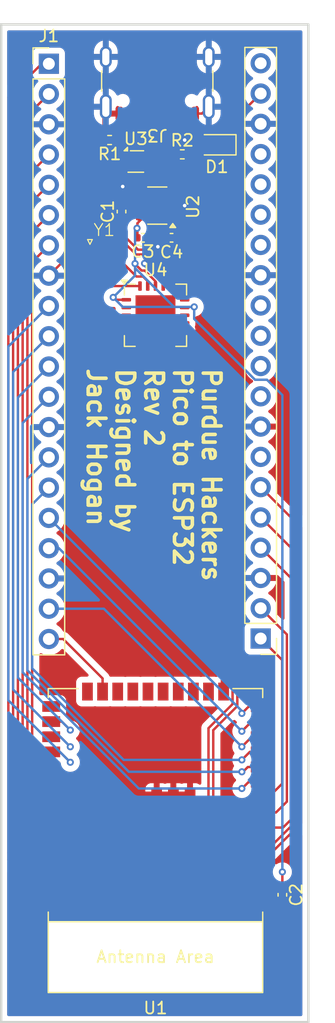
<source format=kicad_pcb>
(kicad_pcb (version 20240108) (generator "pcbnew") (generator_version "8.0")
  (layers (0 "F.Cu" signal) (31 "B.Cu" signal) (34 "B.Paste" user) (35 "F.Paste" user) (36 "B.SilkS" user "B.Silkscreen") (37 "F.SilkS" user "F.Silkscreen") (38 "B.Mask" user) (39 "F.Mask" user) (44 "Edge.Cuts" user))
  (net 0 "")
  (net 1 "GND")
  (net 2 "+3V3")
  (net 3 "+5V")
  (net 4 "Net-(D1-A)")
  (net 5 "LED_TOP_R_SIG")
  (net 6 "LED_BOTTOM_LEFT_R_SIG")
  (net 7 "LED_CENTER_B_SIG")
  (net 8 "LED_BOTTOM_LEFT_G_SIG")
  (net 9 "LED_BOTTOM_LEFT_B_SIG")
  (net 10 "LED_RIGHT_R_SIG")
  (net 11 "LED_BOTTOM_RIGHT_G_SIG")
  (net 12 "LED_TOP_G_SIG")
  (net 13 "LED_BOTTOM_RIGHT_R_SIG")
  (net 14 "LED_TOP_B_SIG")
  (net 15 "BUTTON_SWITCH")
  (net 16 "LED_RIGHT_B_SIG")
  (net 17 "LED_CENTER_G_SIG")
  (net 18 "LED_CENTER_R_SIG")
  (net 19 "LED_RIGHT_G_SIG")
  (net 22 "EEPROM_SCK")
  (net 23 "EEPROM_MOSI")
  (net 24 "EEPROM_CS")
  (net 29 "EEPROM_MISO")
  (net 33 "BUTTON_LED")
  (net 35 "JTAG_D-")
  (net 36 "JTAG_D+")
  (net 37 "Net-(J3-CC2)")
  (net 38 "Net-(J3-CC1)")
  (net 43 "LED_BOTTOM_RIGHT_B_SIG")
  (net 45 "ESP_RX")
  (net 47 "ESP_TX")
  (net 52 "Net-(U4-OSC2)")
  (net 58 "Net-(U4-OSC1)")
  (footprint "Package_TO_SOT_SMD:SOT-23-5" (layer "F.Cu") (at 99.1 41.9 180)
    (property "Reference" "U2" (at -3 -0.1 90) (layer "F.SilkS"))
    (property "Value" "AP2112K-3.3")
    (fp_line (start 0 1.56) (end 0.8 1.56) (stroke (width 0.12)) (layer "F.SilkS"))
    (fp_line (start 0 1.56) (end -0.8 1.56) (stroke (width 0.12)) (layer "F.SilkS"))
    (fp_line (start 0 -1.56) (end 0.8 -1.56) (stroke (width 0.12)) (layer "F.SilkS"))
    (fp_line (start 0 -1.56) (end -0.8 -1.56) (stroke (width 0.12)) (layer "F.SilkS"))
    (fp_poly (pts (xy -1.3 -1.51) (xy -1.54 -1.84) (xy -1.06 -1.84) (xy -1.3 -1.51)) (stroke (width 0.12)) (fill solid) (layer "F.SilkS"))
    (pad "1" smd roundrect (at -1.1375 -0.95 180) (size 1.325 0.6) (layers "F.Cu" "F.Paste" "F.Mask") (net 3 "+5V"))
    (pad "2" smd roundrect (at -1.1375 0 180) (size 1.325 0.6) (layers "F.Cu" "F.Paste" "F.Mask") (net 1 "GND"))
    (pad "3" smd roundrect (at -1.1375 0.95 180) (size 1.325 0.6) (layers "F.Cu" "F.Paste" "F.Mask") (net 3 "+5V"))
    (pad "4" smd roundrect (at 1.1375 0.95 180) (size 1.325 0.6) (layers "F.Cu" "F.Paste" "F.Mask"))
    (pad "5" smd roundrect (at 1.1375 -0.95 180) (size 1.325 0.6) (layers "F.Cu" "F.Paste" "F.Mask") (net 2 "+3V3"))
  )
  (footprint "Resistor_SMD:R_0402_1005Metric" (layer "F.Cu") (at 101.2 37.6)
    (property "Reference" "R2" (at 0 -1.17 0) (layer "F.SilkS"))
    (property "Value" "5.1K")
    (fp_line (start -0.153641 -0.38) (end 0.153641 -0.38) (stroke (width 0.12)) (layer "F.SilkS"))
    (fp_line (start -0.153641 0.38) (end 0.153641 0.38) (stroke (width 0.12)) (layer "F.SilkS"))
    (pad "1" smd roundrect (at -0.51 0) (size 0.54 0.64) (layers "F.Cu" "F.Paste" "F.Mask") (net 38 "Net-(J3-CC1)"))
    (pad "2" smd roundrect (at 0.51 0) (size 0.54 0.64) (layers "F.Cu" "F.Paste" "F.Mask") (net 1 "GND"))
  )
  (footprint "footprints:CSTCE12M0G15L" (layer "F.Cu") (at 94.65 46.35)
    (property "Reference" "Y1" (at 0 -2.4 0) (layer "F.SilkS") (effects (font (thickness 0.1))))
    (property "Value" "CSTCE12M0G15L")
    (fp_line (start -1.4 -1.6) (end -1 -1.6) (stroke (width 0.1)) (layer "F.SilkS"))
    (fp_line (start -1.2 -1.2) (end -1.4 -1.6) (stroke (width 0.1)) (layer "F.SilkS"))
    (fp_line (start -1 -1.6) (end -1.2 -1.2) (stroke (width 0.1)) (layer "F.SilkS"))
    (pad "1" smd roundrect (at -1.2 0) (size 0.4 2) (layers "F.Cu" "F.Paste" "F.Mask") (net 52 "Net-(U4-OSC2)"))
    (pad "2" smd roundrect (at 0 0) (size 0.4 2) (layers "F.Cu" "F.Paste" "F.Mask") (net 1 "GND"))
    (pad "3" smd roundrect (at 1.2 0) (size 0.4 2) (layers "F.Cu" "F.Paste" "F.Mask") (net 58 "Net-(U4-OSC1)"))
  )
  (footprint "Connector_USB:USB_C_Receptacle_GCT_USB4105-xx-A_16P_TopMnt_Horizontal" (layer "F.Cu") (at 99.1 30.5 180)
    (property "Reference" "J3" (at 0 -5.5 180) (layer "F.SilkS"))
    (property "Value" "USB_C_Receptacle_USB2.0_16P")
    (fp_line (start 4.67 -0.1) (end 4.67 -1.8) (stroke (width 0.12)) (layer "F.SilkS"))
    (fp_line (start -4.67 -0.1) (end -4.67 -1.8) (stroke (width 0.12)) (layer "F.SilkS"))
    (pad "" np_thru_hole circle (at -2.89 -2.605 180) (size 0.65 0.65) (drill 0.65) (layers "F&B.Cu" "*.Mask"))
    (pad "" np_thru_hole circle (at 2.89 -2.605 180) (size 0.65 0.65) (drill 0.65) (layers "F&B.Cu" "*.Mask"))
    (pad "A1" smd roundrect (at -3.2 -3.68 180) (size 0.6 1.15) (layers "F.Cu" "F.Paste" "F.Mask") (net 1 "GND"))
    (pad "A4" smd roundrect (at -2.4 -3.68 180) (size 0.6 1.15) (layers "F.Cu" "F.Paste" "F.Mask") (net 4 "Net-(D1-A)"))
    (pad "A5" smd roundrect (at -1.25 -3.68 180) (size 0.3 1.15) (layers "F.Cu" "F.Paste" "F.Mask") (net 38 "Net-(J3-CC1)"))
    (pad "A6" smd roundrect (at -0.25 -3.68 180) (size 0.3 1.15) (layers "F.Cu" "F.Paste" "F.Mask") (net 36 "JTAG_D+"))
    (pad "A7" smd roundrect (at 0.25 -3.68 180) (size 0.3 1.15) (layers "F.Cu" "F.Paste" "F.Mask") (net 35 "JTAG_D-"))
    (pad "A8" smd roundrect (at 1.25 -3.68 180) (size 0.3 1.15) (layers "F.Cu" "F.Paste" "F.Mask"))
    (pad "A9" smd roundrect (at 2.4 -3.68 180) (size 0.6 1.15) (layers "F.Cu" "F.Paste" "F.Mask") (net 4 "Net-(D1-A)"))
    (pad "A12" smd roundrect (at 3.2 -3.68 180) (size 0.6 1.15) (layers "F.Cu" "F.Paste" "F.Mask") (net 1 "GND"))
    (pad "B1" smd roundrect (at 3.2 -3.68 180) (size 0.6 1.15) (layers "F.Cu" "F.Paste" "F.Mask") (net 1 "GND"))
    (pad "B4" smd roundrect (at 2.4 -3.68 180) (size 0.6 1.15) (layers "F.Cu" "F.Paste" "F.Mask") (net 4 "Net-(D1-A)"))
    (pad "B5" smd roundrect (at 1.75 -3.68 180) (size 0.3 1.15) (layers "F.Cu" "F.Paste" "F.Mask") (net 37 "Net-(J3-CC2)"))
    (pad "B6" smd roundrect (at 0.75 -3.68 180) (size 0.3 1.15) (layers "F.Cu" "F.Paste" "F.Mask") (net 36 "JTAG_D+"))
    (pad "B7" smd roundrect (at -0.75 -3.68 180) (size 0.3 1.15) (layers "F.Cu" "F.Paste" "F.Mask") (net 35 "JTAG_D-"))
    (pad "B8" smd roundrect (at -1.75 -3.68 180) (size 0.3 1.15) (layers "F.Cu" "F.Paste" "F.Mask"))
    (pad "B9" smd roundrect (at -2.4 -3.68 180) (size 0.6 1.15) (layers "F.Cu" "F.Paste" "F.Mask") (net 4 "Net-(D1-A)"))
    (pad "B12" smd roundrect (at -3.2 -3.68 180) (size 0.6 1.15) (layers "F.Cu" "F.Paste" "F.Mask") (net 1 "GND"))
    (pad "S1" thru_hole oval (at -4.32 -3.105 180) (size 1 2.1) (drill oval 0.6 1.7) (layers "*.Cu" "*.Mask" "F.Paste") (net 1 "GND"))
    (pad "S1" thru_hole oval (at -4.32 1.075 180) (size 1 1.8) (drill oval 0.6 1.4) (layers "*.Cu" "*.Mask" "F.Paste") (net 1 "GND"))
    (pad "S1" thru_hole oval (at 4.32 -3.105 180) (size 1 2.1) (drill oval 0.6 1.7) (layers "*.Cu" "*.Mask" "F.Paste") (net 1 "GND"))
    (pad "S1" thru_hole oval (at 4.32 1.075 180) (size 1 1.8) (drill oval 0.6 1.4) (layers "*.Cu" "*.Mask" "F.Paste") (net 1 "GND"))
  )
  (footprint "Capacitor_SMD:C_0402_1005Metric" (layer "F.Cu") (at 109.6 99.72 -90)
    (property "Reference" "C2" (at 0 -1.16 90) (layer "F.SilkS"))
    (property "Value" "0.1uF")
    (fp_line (start -0.107836 0.36) (end 0.107836 0.36) (stroke (width 0.12)) (layer "F.SilkS"))
    (fp_line (start -0.107836 -0.36) (end 0.107836 -0.36) (stroke (width 0.12)) (layer "F.SilkS"))
    (pad "1" smd roundrect (at -0.48 0 270) (size 0.56 0.62) (layers "F.Cu" "F.Paste" "F.Mask") (net 2 "+3V3"))
    (pad "2" smd roundrect (at 0.48 0 270) (size 0.56 0.62) (layers "F.Cu" "F.Paste" "F.Mask") (net 1 "GND"))
  )
  (footprint "Capacitor_SMD:C_0402_1005Metric" (layer "F.Cu") (at 97.9 44.6 180)
    (property "Reference" "C3" (at 0 -1.16 0) (layer "F.SilkS"))
    (property "Value" "1uF")
    (fp_line (start -0.107836 0.36) (end 0.107836 0.36) (stroke (width 0.12)) (layer "F.SilkS"))
    (fp_line (start -0.107836 -0.36) (end 0.107836 -0.36) (stroke (width 0.12)) (layer "F.SilkS"))
    (pad "1" smd roundrect (at -0.48 0 180) (size 0.56 0.62) (layers "F.Cu" "F.Paste" "F.Mask") (net 1 "GND"))
    (pad "2" smd roundrect (at 0.48 0 180) (size 0.56 0.62) (layers "F.Cu" "F.Paste" "F.Mask") (net 2 "+3V3"))
  )
  (footprint "PCM_Espressif:ESP32-WROOM-32E" (layer "F.Cu") (at 98.95 93.42 180)
    (property "Reference" "U1" (at 0 -15.8 0) (layer "F.SilkS"))
    (property "Value" "ESP32-WROOM-E")
    (fp_line (start 9 11) (end 8.25 11) (stroke (width 0.12)) (layer "F.SilkS"))
    (fp_line (start 9 10.25) (end 9 11) (stroke (width 0.12)) (layer "F.SilkS"))
    (fp_line (start 9 -8.56) (end -9 -8.56) (stroke (width 0.12)) (layer "F.SilkS"))
    (fp_line (start 9 -14.5) (end 9 -7.75) (stroke (width 0.12)) (layer "F.SilkS"))
    (fp_line (start 8.25 11) (end 6.5 11) (stroke (width 0.12)) (layer "F.SilkS"))
    (fp_line (start -8.25 11) (end -6.5 11) (stroke (width 0.12)) (layer "F.SilkS"))
    (fp_line (start -9 11) (end -8.25 11) (stroke (width 0.12)) (layer "F.SilkS"))
    (fp_line (start -9 10.25) (end -9 11) (stroke (width 0.12)) (layer "F.SilkS"))
    (fp_line (start -9 -14.5) (end 9 -14.5) (stroke (width 0.12)) (layer "F.SilkS"))
    (fp_line (start -9 -14.5) (end -9 -7.75) (stroke (width 0.12)) (layer "F.SilkS"))
    (fp_text user "Antenna Area" (at 0 -11.5 0) (layer "F.SilkS"))
    (pad "1" smd rect (at -8.75 -7.01 180) (size 1.5 0.9) (layers "F.Cu" "F.Paste" "F.Mask") (net 1 "GND"))
    (pad "2" smd rect (at -8.75 -5.74 180) (size 1.5 0.9) (layers "F.Cu" "F.Paste" "F.Mask") (net 2 "+3V3"))
    (pad "3" smd rect (at -8.75 -4.47 180) (size 1.5 0.9) (layers "F.Cu" "F.Paste" "F.Mask") (net 2 "+3V3"))
    (pad "4" smd rect (at -8.75 -3.2 180) (size 1.5 0.9) (layers "F.Cu" "F.Paste" "F.Mask") (net 33 "BUTTON_LED"))
    (pad "5" smd rect (at -8.75 -1.93 180) (size 1.5 0.9) (layers "F.Cu" "F.Paste" "F.Mask") (net 23 "EEPROM_MOSI"))
    (pad "6" smd rect (at -8.75 -0.66 180) (size 1.5 0.9) (layers "F.Cu" "F.Paste" "F.Mask") (net 22 "EEPROM_SCK"))
    (pad "7" smd rect (at -8.75 0.61 180) (size 1.5 0.9) (layers "F.Cu" "F.Paste" "F.Mask") (net 24 "EEPROM_CS"))
    (pad "8" smd rect (at -8.75 1.88 180) (size 1.5 0.9) (layers "F.Cu" "F.Paste" "F.Mask") (net 29 "EEPROM_MISO"))
    (pad "9" smd rect (at -8.75 3.15 180) (size 1.5 0.9) (layers "F.Cu" "F.Paste" "F.Mask") (net 10 "LED_RIGHT_R_SIG"))
    (pad "10" smd rect (at -8.75 4.42 180) (size 1.5 0.9) (layers "F.Cu" "F.Paste" "F.Mask") (net 19 "LED_RIGHT_G_SIG"))
    (pad "11" smd rect (at -8.75 5.69 180) (size 1.5 0.9) (layers "F.Cu" "F.Paste" "F.Mask") (net 16 "LED_RIGHT_B_SIG"))
    (pad "12" smd rect (at -8.75 6.96 180) (size 1.5 0.9) (layers "F.Cu" "F.Paste" "F.Mask") (net 14 "LED_TOP_B_SIG"))
    (pad "13" smd rect (at -8.75 8.23 180) (size 1.5 0.9) (layers "F.Cu" "F.Paste" "F.Mask") (net 12 "LED_TOP_G_SIG"))
    (pad "14" smd rect (at -8.75 9.5 180) (size 1.5 0.9) (layers "F.Cu" "F.Paste" "F.Mask") (net 5 "LED_TOP_R_SIG"))
    (pad "15" smd rect (at -5.72 10.75 270) (size 1.5 0.9) (layers "F.Cu" "F.Paste" "F.Mask") (net 1 "GND"))
    (pad "16" smd rect (at -4.45 10.75 270) (size 1.5 0.9) (layers "F.Cu" "F.Paste" "F.Mask"))
    (pad "17" smd rect (at -3.18 10.75 270) (size 1.5 0.9) (layers "F.Cu" "F.Paste" "F.Mask"))
    (pad "18" smd rect (at -1.91 10.75 270) (size 1.5 0.9) (layers "F.Cu" "F.Paste" "F.Mask"))
    (pad "19" smd rect (at -0.64 10.75 270) (size 1.5 0.9) (layers "F.Cu" "F.Paste" "F.Mask"))
    (pad "20" smd rect (at 0.63 10.75 270) (size 1.5 0.9) (layers "F.Cu" "F.Paste" "F.Mask"))
    (pad "21" smd rect (at 1.9 10.75 270) (size 1.5 0.9) (layers "F.Cu" "F.Paste" "F.Mask"))
    (pad "22" smd rect (at 3.17 10.75 270) (size 1.5 0.9) (layers "F.Cu" "F.Paste" "F.Mask"))
    (pad "23" smd rect (at 4.44 10.75 270) (size 1.5 0.9) (layers "F.Cu" "F.Paste" "F.Mask") (net 15 "BUTTON_SWITCH"))
    (pad "24" smd rect (at 5.71 10.75 270) (size 1.5 0.9) (layers "F.Cu" "F.Paste" "F.Mask"))
    (pad "25" smd rect (at 8.75 9.5) (size 1.5 0.9) (layers "F.Cu" "F.Paste" "F.Mask"))
    (pad "26" smd rect (at 8.75 8.23) (size 1.5 0.9) (layers "F.Cu" "F.Paste" "F.Mask") (net 43 "LED_BOTTOM_RIGHT_B_SIG"))
    (pad "27" smd rect (at 8.75 6.96) (size 1.5 0.9) (layers "F.Cu" "F.Paste" "F.Mask") (net 11 "LED_BOTTOM_RIGHT_G_SIG"))
    (pad "28" smd rect (at 8.75 5.69) (size 1.5 0.9) (layers "F.Cu" "F.Paste" "F.Mask") (net 13 "LED_BOTTOM_RIGHT_R_SIG"))
    (pad "29" smd rect (at 8.75 4.42) (size 1.5 0.9) (layers "F.Cu" "F.Paste" "F.Mask") (net 9 "LED_BOTTOM_LEFT_B_SIG"))
    (pad "30" smd rect (at 8.75 3.15) (size 1.5 0.9) (layers "F.Cu" "F.Paste" "F.Mask") (net 8 "LED_BOTTOM_LEFT_G_SIG"))
    (pad "31" smd rect (at 8.75 1.88) (size 1.5 0.9) (layers "F.Cu" "F.Paste" "F.Mask") (net 6 "LED_BOTTOM_LEFT_R_SIG"))
    (pad "32" smd rect (at 8.75 0.61) (size 1.5 0.9) (layers "F.Cu" "F.Paste" "F.Mask"))
    (pad "33" smd rect (at 8.75 -0.66) (size 1.5 0.9) (layers "F.Cu" "F.Paste" "F.Mask") (net 7 "LED_CENTER_B_SIG"))
    (pad "34" smd rect (at 8.75 -1.93) (size 1.5 0.9) (layers "F.Cu" "F.Paste" "F.Mask") (net 45 "ESP_RX"))
    (pad "35" smd rect (at 8.75 -3.2) (size 1.5 0.9) (layers "F.Cu" "F.Paste" "F.Mask") (net 47 "ESP_TX"))
    (pad "36" smd rect (at 8.75 -4.47) (size 1.5 0.9) (layers "F.Cu" "F.Paste" "F.Mask") (net 17 "LED_CENTER_G_SIG"))
    (pad "37" smd rect (at 8.75 -5.74) (size 1.5 0.9) (layers "F.Cu" "F.Paste" "F.Mask") (net 18 "LED_CENTER_R_SIG"))
    (pad "38" smd rect (at 8.75 -7.01) (size 1.5 0.9) (layers "F.Cu" "F.Paste" "F.Mask") (net 1 "GND"))
    (pad "39" smd rect (at -2.9 -0.69) (size 0.9 0.9) (layers "F.Cu" "F.Paste" "F.Mask") (net 1 "GND"))
    (pad "39" smd rect (at -2.9 -0.69) (size 0.9 0.9) (layers "F.Cu" "F.Paste" "F.Mask") (net 1 "GND"))
    (pad "39" smd rect (at -2.9 0.71) (size 0.9 0.9) (layers "F.Cu" "F.Paste" "F.Mask") (net 1 "GND"))
    (pad "39" smd rect (at -2.9 2.11) (size 0.9 0.9) (layers "F.Cu" "F.Paste" "F.Mask") (net 1 "GND"))
    (pad "39" smd rect (at -2.9 2.11) (size 0.9 0.9) (layers "F.Cu" "F.Paste" "F.Mask") (net 1 "GND"))
    (pad "39" smd rect (at -1.5 -0.69) (size 0.9 0.9) (layers "F.Cu" "F.Paste" "F.Mask") (net 1 "GND"))
    (pad "39" smd rect (at -1.5 0.71) (size 0.9 0.9) (layers "F.Cu" "F.Paste" "F.Mask") (net 1 "GND"))
    (pad "39" smd rect (at -1.5 2.11) (size 0.9 0.9) (layers "F.Cu" "F.Paste" "F.Mask") (net 1 "GND"))
    (pad "39" smd rect (at -1.5 2.11) (size 0.9 0.9) (layers "F.Cu" "F.Paste" "F.Mask") (net 1 "GND"))
    (pad "39" smd rect (at -0.1 -0.69) (size 0.9 0.9) (layers "F.Cu" "F.Paste" "F.Mask") (net 1 "GND"))
    (pad "39" smd rect (at -0.1 0.71) (size 0.9 0.9) (layers "F.Cu" "F.Paste" "F.Mask") (net 1 "GND"))
    (pad "39" smd rect (at -0.1 2.11) (size 0.9 0.9) (layers "F.Cu" "F.Paste" "F.Mask") (net 1 "GND"))
    (zone (net 0) (net_name "") (layers "*.Cu") (name "antenna keepout") (connect_pads (clearance 0)) (min_thickness 0.254)
      (keepout (tracks not_allowed) (vias not_allowed) (pads not_allowed) (copperpour not_allowed) (footprints not_allowed))
      (fill (thermal_gap 0.508) (thermal_bridge_width 0.508))
      (polygon (pts (xy 89.95 101.97) (xy 107.95 101.97) (xy 107.95 107.92) (xy 89.95 107.92)))
    )
  )
  (footprint "Connector_PinHeader_2.54mm:PinHeader_1x20_P2.54mm_Vertical" (layer "F.Cu") (at 107.78 78.22 180)
    (property "Reference" "J2" (hide yes))
    (property "Value" "Conn_01x20_Pin")
    (fp_line (start 1.33 1.27) (end 1.33 49.59) (stroke (width 0.12)) (layer "F.SilkS"))
    (fp_line (start -1.33 49.59) (end 1.33 49.59) (stroke (width 0.12)) (layer "F.SilkS"))
    (fp_line (start -1.33 1.27) (end 1.33 1.27) (stroke (width 0.12)) (layer "F.SilkS"))
    (fp_line (start -1.33 1.27) (end -1.33 49.59) (stroke (width 0.12)) (layer "F.SilkS"))
    (fp_line (start -1.33 0) (end -1.33 -1.33) (stroke (width 0.12)) (layer "F.SilkS"))
    (fp_line (start -1.33 -1.33) (end 0 -1.33) (stroke (width 0.12)) (layer "F.SilkS"))
    (pad "1" thru_hole rect (at 0 0 180) (size 1.7 1.7) (drill 1) (layers "*.Cu" "*.Mask") (net 29 "EEPROM_MISO"))
    (pad "2" thru_hole oval (at 0 2.54 180) (size 1.7 1.7) (drill 1) (layers "*.Cu" "*.Mask") (net 24 "EEPROM_CS"))
    (pad "3" thru_hole oval (at 0 5.08 180) (size 1.7 1.7) (drill 1) (layers "*.Cu" "*.Mask") (net 1 "GND"))
    (pad "4" thru_hole oval (at 0 7.62 180) (size 1.7 1.7) (drill 1) (layers "*.Cu" "*.Mask") (net 22 "EEPROM_SCK"))
    (pad "5" thru_hole oval (at 0 10.16 180) (size 1.7 1.7) (drill 1) (layers "*.Cu" "*.Mask") (net 23 "EEPROM_MOSI"))
    (pad "6" thru_hole oval (at 0 12.7 180) (size 1.7 1.7) (drill 1) (layers "*.Cu" "*.Mask") (net 33 "BUTTON_LED"))
    (pad "7" thru_hole oval (at 0 15.24 180) (size 1.7 1.7) (drill 1) (layers "*.Cu" "*.Mask"))
    (pad "8" thru_hole oval (at 0 17.78 180) (size 1.7 1.7) (drill 1) (layers "*.Cu" "*.Mask") (net 1 "GND"))
    (pad "9" thru_hole oval (at 0 20.32 180) (size 1.7 1.7) (drill 1) (layers "*.Cu" "*.Mask"))
    (pad "10" thru_hole oval (at 0 22.86 180) (size 1.7 1.7) (drill 1) (layers "*.Cu" "*.Mask"))
    (pad "11" thru_hole oval (at 0 25.4 180) (size 1.7 1.7) (drill 1) (layers "*.Cu" "*.Mask"))
    (pad "12" thru_hole oval (at 0 27.94 180) (size 1.7 1.7) (drill 1) (layers "*.Cu" "*.Mask"))
    (pad "13" thru_hole oval (at 0 30.48 180) (size 1.7 1.7) (drill 1) (layers "*.Cu" "*.Mask") (net 1 "GND"))
    (pad "14" thru_hole oval (at 0 33.02 180) (size 1.7 1.7) (drill 1) (layers "*.Cu" "*.Mask"))
    (pad "15" thru_hole oval (at 0 35.56 180) (size 1.7 1.7) (drill 1) (layers "*.Cu" "*.Mask"))
    (pad "16" thru_hole oval (at 0 38.1 180) (size 1.7 1.7) (drill 1) (layers "*.Cu" "*.Mask"))
    (pad "17" thru_hole oval (at 0 40.64 180) (size 1.7 1.7) (drill 1) (layers "*.Cu" "*.Mask"))
    (pad "18" thru_hole oval (at 0 43.18 180) (size 1.7 1.7) (drill 1) (layers "*.Cu" "*.Mask") (net 1 "GND"))
    (pad "19" thru_hole oval (at 0 45.72 180) (size 1.7 1.7) (drill 1) (layers "*.Cu" "*.Mask") (net 3 "+5V"))
    (pad "20" thru_hole oval (at 0 48.26 180) (size 1.7 1.7) (drill 1) (layers "*.Cu" "*.Mask"))
  )
  (footprint "Package_DFN_QFN:QFN-20-1EP_5x5mm_P0.65mm_EP3.35x3.35mm" (layer "F.Cu") (at 98.95 51.1)
    (property "Reference" "U4" (at 0 -3.8 0) (layer "F.SilkS"))
    (property "Value" "MCP2200-I-MQ" (hide yes))
    (fp_line (start -2.61 -1.71) (end -2.61 -2.37) (stroke (width 0.12)) (layer "F.SilkS"))
    (fp_line (start -2.61 2.61) (end -2.61 1.71) (stroke (width 0.12)) (layer "F.SilkS"))
    (fp_line (start -1.71 -2.61) (end -2.31 -2.61) (stroke (width 0.12)) (layer "F.SilkS"))
    (fp_line (start -1.71 2.61) (end -2.61 2.61) (stroke (width 0.12)) (layer "F.SilkS"))
    (fp_line (start 1.71 -2.61) (end 2.61 -2.61) (stroke (width 0.12)) (layer "F.SilkS"))
    (fp_line (start 1.71 2.61) (end 2.61 2.61) (stroke (width 0.12)) (layer "F.SilkS"))
    (fp_line (start 2.61 -2.61) (end 2.61 -1.71) (stroke (width 0.12)) (layer "F.SilkS"))
    (fp_line (start 2.61 2.61) (end 2.61 1.71) (stroke (width 0.12)) (layer "F.SilkS"))
    (fp_poly (pts (xy -2.61 -2.61) (xy -2.85 -2.94) (xy -2.37 -2.94) (xy -2.61 -2.61)) (stroke (width 0.12)) (fill solid) (layer "F.SilkS"))
    (pad "1" smd roundrect (at -2.45 -1.3) (size 0.8 0.3) (layers "F.Cu" "F.Paste" "F.Mask") (net 2 "+3V3"))
    (pad "2" smd roundrect (at -2.45 -0.65) (size 0.8 0.3) (layers "F.Cu" "F.Paste" "F.Mask"))
    (pad "3" smd roundrect (at -2.45 0) (size 0.8 0.3) (layers "F.Cu" "F.Paste" "F.Mask"))
    (pad "4" smd roundrect (at -2.45 0.65) (size 0.8 0.3) (layers "F.Cu" "F.Paste" "F.Mask"))
    (pad "5" smd roundrect (at -2.45 1.3) (size 0.8 0.3) (layers "F.Cu" "F.Paste" "F.Mask"))
    (pad "6" smd roundrect (at -1.3 2.45) (size 0.3 0.8) (layers "F.Cu" "F.Paste" "F.Mask"))
    (pad "7" smd roundrect (at -0.65 2.45) (size 0.3 0.8) (layers "F.Cu" "F.Paste" "F.Mask") (net 45 "ESP_RX"))
    (pad "8" smd roundrect (at 0 2.45) (size 0.3 0.8) (layers "F.Cu" "F.Paste" "F.Mask"))
    (pad "9" smd roundrect (at 0.65 2.45) (size 0.3 0.8) (layers "F.Cu" "F.Paste" "F.Mask") (net 47 "ESP_TX"))
    (pad "10" smd roundrect (at 1.3 2.45) (size 0.3 0.8) (layers "F.Cu" "F.Paste" "F.Mask"))
    (pad "11" smd roundrect (at 2.45 1.3) (size 0.8 0.3) (layers "F.Cu" "F.Paste" "F.Mask"))
    (pad "12" smd roundrect (at 2.45 0.65) (size 0.8 0.3) (layers "F.Cu" "F.Paste" "F.Mask"))
    (pad "13" smd roundrect (at 2.45 0) (size 0.8 0.3) (layers "F.Cu" "F.Paste" "F.Mask"))
    (pad "14" smd roundrect (at 2.45 -0.65) (size 0.8 0.3) (layers "F.Cu" "F.Paste" "F.Mask") (net 2 "+3V3"))
    (pad "15" smd roundrect (at 2.45 -1.3) (size 0.8 0.3) (layers "F.Cu" "F.Paste" "F.Mask") (net 35 "JTAG_D-"))
    (pad "16" smd roundrect (at 1.3 -2.45) (size 0.3 0.8) (layers "F.Cu" "F.Paste" "F.Mask") (net 36 "JTAG_D+"))
    (pad "17" smd roundrect (at 0.65 -2.45) (size 0.3 0.8) (layers "F.Cu" "F.Paste" "F.Mask") (net 1 "GND"))
    (pad "18" smd roundrect (at 0 -2.45) (size 0.3 0.8) (layers "F.Cu" "F.Paste" "F.Mask") (net 2 "+3V3"))
    (pad "19" smd roundrect (at -0.65 -2.45) (size 0.3 0.8) (layers "F.Cu" "F.Paste" "F.Mask") (net 58 "Net-(U4-OSC1)"))
    (pad "20" smd roundrect (at -1.3 -2.45) (size 0.3 0.8) (layers "F.Cu" "F.Paste" "F.Mask") (net 52 "Net-(U4-OSC2)"))
    (pad "21" smd rect (at 0 0) (size 3.35 3.35) (property pad_prop_heatsink) (layers "F.Cu" "F.Mask"))
  )
  (footprint "Capacitor_SMD:C_0402_1005Metric" (layer "F.Cu") (at 96.1 42.4 90)
    (property "Reference" "C1" (at 0 -1.16 90) (layer "F.SilkS"))
    (property "Value" "0.1uF")
    (fp_line (start -0.107836 -0.36) (end 0.107836 -0.36) (stroke (width 0.12)) (layer "F.SilkS"))
    (fp_line (start -0.107836 0.36) (end 0.107836 0.36) (stroke (width 0.12)) (layer "F.SilkS"))
    (pad "1" smd roundrect (at -0.48 0 90) (size 0.56 0.62) (layers "F.Cu" "F.Paste" "F.Mask") (net 2 "+3V3"))
    (pad "2" smd roundrect (at 0.48 0 90) (size 0.56 0.62) (layers "F.Cu" "F.Paste" "F.Mask") (net 1 "GND"))
  )
  (footprint "Capacitor_SMD:C_0402_1005Metric" (layer "F.Cu") (at 100.3 44.6)
    (property "Reference" "C4" (at 0 1.2 0) (layer "F.SilkS"))
    (property "Value" "1uF")
    (fp_line (start -0.107836 -0.36) (end 0.107836 -0.36) (stroke (width 0.12)) (layer "F.SilkS"))
    (fp_line (start -0.107836 0.36) (end 0.107836 0.36) (stroke (width 0.12)) (layer "F.SilkS"))
    (pad "1" smd roundrect (at -0.48 0) (size 0.56 0.62) (layers "F.Cu" "F.Paste" "F.Mask") (net 1 "GND"))
    (pad "2" smd roundrect (at 0.48 0) (size 0.56 0.62) (layers "F.Cu" "F.Paste" "F.Mask") (net 3 "+5V"))
  )
  (footprint "Package_TO_SOT_SMD:SOT-553" (layer "F.Cu") (at 97.3 38.2)
    (property "Reference" "U3" (at 0 -1.9 0) (layer "F.SilkS"))
    (property "Value" "TPD3E001DRLR")
    (fp_line (start 0.65 -0.9) (end -0.45 -0.9) (stroke (width 0.12)) (layer "F.SilkS"))
    (fp_line (start 0.65 0.9) (end -0.65 0.9) (stroke (width 0.12)) (layer "F.SilkS"))
    (fp_poly (pts (xy -0.7 -0.9) (xy -0.98 -0.9) (xy -0.7 -1.18) (xy -0.7 -0.9)) (stroke (width 0.12)) (fill solid) (layer "F.SilkS"))
    (pad "1" smd roundrect (at -0.7 -0.5) (size 0.45 0.3) (layers "F.Cu" "F.Paste" "F.Mask") (net 36 "JTAG_D+"))
    (pad "2" smd roundrect (at -0.7 0) (size 0.45 0.3) (layers "F.Cu" "F.Paste" "F.Mask") (net 35 "JTAG_D-"))
    (pad "3" smd roundrect (at -0.7 0.5) (size 0.45 0.3) (layers "F.Cu" "F.Paste" "F.Mask") (net 1 "GND"))
    (pad "4" smd roundrect (at 0.7 0.5) (size 0.45 0.3) (layers "F.Cu" "F.Paste" "F.Mask"))
    (pad "5" smd roundrect (at 0.7 -0.5) (size 0.45 0.3) (layers "F.Cu" "F.Paste" "F.Mask") (net 2 "+3V3"))
  )
  (footprint "Connector_PinHeader_2.54mm:PinHeader_1x20_P2.54mm_Vertical" (layer "F.Cu") (at 90 30)
    (property "Reference" "J1" (at 0 -2.33 0) (layer "F.SilkS"))
    (property "Value" "Conn_01x20_Pin" (hide yes))
    (fp_line (start -1.33 -1.33) (end 0 -1.33) (stroke (width 0.12)) (layer "F.SilkS"))
    (fp_line (start -1.33 0) (end -1.33 -1.33) (stroke (width 0.12)) (layer "F.SilkS"))
    (fp_line (start -1.33 1.27) (end -1.33 49.59) (stroke (width 0.12)) (layer "F.SilkS"))
    (fp_line (start -1.33 1.27) (end 1.33 1.27) (stroke (width 0.12)) (layer "F.SilkS"))
    (fp_line (start -1.33 49.59) (end 1.33 49.59) (stroke (width 0.12)) (layer "F.SilkS"))
    (fp_line (start 1.33 1.27) (end 1.33 49.59) (stroke (width 0.12)) (layer "F.SilkS"))
    (pad "1" thru_hole rect (at 0 0) (size 1.7 1.7) (drill 1) (layers "*.Cu" "*.Mask") (net 18 "LED_CENTER_R_SIG"))
    (pad "2" thru_hole oval (at 0 2.54) (size 1.7 1.7) (drill 1) (layers "*.Cu" "*.Mask") (net 17 "LED_CENTER_G_SIG"))
    (pad "3" thru_hole oval (at 0 5.08) (size 1.7 1.7) (drill 1) (layers "*.Cu" "*.Mask") (net 1 "GND"))
    (pad "4" thru_hole oval (at 0 7.62) (size 1.7 1.7) (drill 1) (layers "*.Cu" "*.Mask") (net 7 "LED_CENTER_B_SIG"))
    (pad "5" thru_hole oval (at 0 10.16) (size 1.7 1.7) (drill 1) (layers "*.Cu" "*.Mask") (net 6 "LED_BOTTOM_LEFT_R_SIG"))
    (pad "6" thru_hole oval (at 0 12.7) (size 1.7 1.7) (drill 1) (layers "*.Cu" "*.Mask") (net 8 "LED_BOTTOM_LEFT_G_SIG"))
    (pad "7" thru_hole oval (at 0 15.24) (size 1.7 1.7) (drill 1) (layers "*.Cu" "*.Mask") (net 9 "LED_BOTTOM_LEFT_B_SIG"))
    (pad "8" thru_hole oval (at 0 17.78) (size 1.7 1.7) (drill 1) (layers "*.Cu" "*.Mask") (net 1 "GND"))
    (pad "9" thru_hole oval (at 0 20.32) (size 1.7 1.7) (drill 1) (layers "*.Cu" "*.Mask") (net 13 "LED_BOTTOM_RIGHT_R_SIG"))
    (pad "10" thru_hole oval (at 0 22.86) (size 1.7 1.7) (drill 1) (layers "*.Cu" "*.Mask") (net 11 "LED_BOTTOM_RIGHT_G_SIG"))
    (pad "11" thru_hole oval (at 0 25.4) (size 1.7 1.7) (drill 1) (layers "*.Cu" "*.Mask") (net 43 "LED_BOTTOM_RIGHT_B_SIG"))
    (pad "12" thru_hole oval (at 0 27.94) (size 1.7 1.7) (drill 1) (layers "*.Cu" "*.Mask") (net 10 "LED_RIGHT_R_SIG"))
    (pad "13" thru_hole oval (at 0 30.48) (size 1.7 1.7) (drill 1) (layers "*.Cu" "*.Mask") (net 1 "GND"))
    (pad "14" thru_hole oval (at 0 33.02) (size 1.7 1.7) (drill 1) (layers "*.Cu" "*.Mask") (net 19 "LED_RIGHT_G_SIG"))
    (pad "15" thru_hole oval (at 0 35.56) (size 1.7 1.7) (drill 1) (layers "*.Cu" "*.Mask") (net 16 "LED_RIGHT_B_SIG"))
    (pad "16" thru_hole oval (at 0 38.1) (size 1.7 1.7) (drill 1) (layers "*.Cu" "*.Mask") (net 5 "LED_TOP_R_SIG"))
    (pad "17" thru_hole oval (at 0 40.64) (size 1.7 1.7) (drill 1) (layers "*.Cu" "*.Mask") (net 12 "LED_TOP_G_SIG"))
    (pad "18" thru_hole oval (at 0 43.18) (size 1.7 1.7) (drill 1) (layers "*.Cu" "*.Mask") (net 1 "GND"))
    (pad "19" thru_hole oval (at 0 45.72) (size 1.7 1.7) (drill 1) (layers "*.Cu" "*.Mask") (net 14 "LED_TOP_B_SIG"))
    (pad "20" thru_hole oval (at 0 48.26) (size 1.7 1.7) (drill 1) (layers "*.Cu" "*.Mask") (net 15 "BUTTON_SWITCH"))
  )
  (footprint "Diode_SMD:D_SOD-323" (layer "F.Cu") (at 104.1 36.8 180)
    (property "Reference" "D1" (at 0 -1.85 0) (layer "F.SilkS"))
    (property "Value" "D")
    (fp_line (start -1.61 0.85) (end 1.05 0.85) (stroke (width 0.12)) (layer "F.SilkS"))
    (fp_line (start -1.61 -0.85) (end 1.05 -0.85) (stroke (width 0.12)) (layer "F.SilkS"))
    (fp_line (start -1.61 -0.85) (end -1.61 0.85) (stroke (width 0.12)) (layer "F.SilkS"))
    (pad "1" smd roundrect (at -1.05 0 180) (size 0.6 0.45) (layers "F.Cu" "F.Paste" "F.Mask") (net 3 "+5V"))
    (pad "2" smd roundrect (at 1.05 0 180) (size 0.6 0.45) (layers "F.Cu" "F.Paste" "F.Mask") (net 4 "Net-(D1-A)"))
  )
  (footprint "Resistor_SMD:R_0402_1005Metric" (layer "F.Cu") (at 95.1 36.4 180)
    (property "Reference" "R1" (at 0 -1.17 0) (layer "F.SilkS"))
    (property "Value" "5.1K")
    (fp_line (start -0.153641 0.38) (end 0.153641 0.38) (stroke (width 0.12)) (layer "F.SilkS"))
    (fp_line (start -0.153641 -0.38) (end 0.153641 -0.38) (stroke (width 0.12)) (layer "F.SilkS"))
    (pad "1" smd roundrect (at -0.51 0 180) (size 0.54 0.64) (layers "F.Cu" "F.Paste" "F.Mask") (net 37 "Net-(J3-CC2)"))
    (pad "2" smd roundrect (at 0.51 0 180) (size 0.54 0.64) (layers "F.Cu" "F.Paste" "F.Mask") (net 1 "GND"))
  )
  (gr_rect (start 86 26.7) (end 111.78 110.4) (stroke (width 0.2)) (fill none) (layer "Edge.Cuts"))
  (gr_text "Purdue Hackers\nPico to ESP32\nRev 2\nDesigned by\nJack Hogan" (at 93.1 55.4 270) (layer "F.SilkS") (effects (font (size 1.5 1.5) (thickness 0.3) (bold yes)) (justify left bottom)))
  (segment (start 99.15 45.35) (end 98.4 44.6) (width 0.2) (layer "F.Cu") (net 1))
  (segment (start 107.78 35.05648) (end 107.78 35.04) (width 0.2) (layer "F.Cu") (net 1))
  (segment (start 99.6 48.334315) (end 99.6 48.65) (width 0.2) (layer "F.Cu") (net 1))
  (segment (start 102.845 34.18) (end 103.42 33.605) (width 0.2) (layer "F.Cu") (net 1))
  (segment (start 99.575001 41.9) (end 100.2375 41.9) (width 0.2) (layer "F.Cu") (net 1))
  (segment (start 101.71 37.6) (end 101.71 36.71) (width 0.2) (layer "F.Cu") (net 1))
  (segment (start 94.65 45.350001) (end 94.349999 45.05) (width 0.2) (layer "F.Cu") (net 1))
  (segment (start 98.034659 46.768974) (end 99.6 48.334315) (width 0.2) (layer "F.Cu") (net 1))
  (segment (start 99.15 45.35) (end 99.82 44.68) (width 0.2) (layer "F.Cu") (net 1))
  (segment (start 99.82 44.68) (end 99.82 44.6) (width 0.2) (layer "F.Cu") (net 1))
  (segment (start 99.15 45.35) (end 99.15 42.325001) (width 0.2) (layer "F.Cu") (net 1))
  (segment (start 103.7 33.885) (end 103.42 33.605) (width 0.2) (layer "F.Cu") (net 1))
  (segment (start 94.59 36.4) (end 94.59 33.795) (width 0.2) (layer "F.Cu") (net 1))
  (segment (start 94.65 46.35) (end 94.65 45.350001) (width 0.2) (layer "F.Cu") (net 1))
  (segment (start 98.4 44.6) (end 98.38 44.6) (width 0.2) (layer "F.Cu") (net 1))
  (segment (start 96.2 41.82) (end 96.1 41.92) (width 0.2) (layer "F.Cu") (net 1))
  (segment (start 98.034659 46.748874) (end 98.034659 46.768974) (width 0.2) (layer "F.Cu") (net 1))
  (segment (start 102.3 34.18) (end 102.845 34.18) (width 0.2) (layer "F.Cu") (net 1))
  (segment (start 101.71 36.71) (end 101.4 36.4) (width 0.2) (layer "F.Cu") (net 1))
  (segment (start 95.355 34.18) (end 94.78 33.605) (width 0.2) (layer "F.Cu") (net 1))
  (segment (start 96.6 38.7) (end 96.6 39.9) (width 0.2) (layer "F.Cu") (net 1))
  (segment (start 94.349999 45.05) (end 92.73 45.05) (width 0.2) (layer "F.Cu") (net 1))
  (segment (start 96.2 40.3) (end 96.2 41.82) (width 0.2) (layer "F.Cu") (net 1))
  (segment (start 94.59 33.795) (end 94.78 33.605) (width 0.2) (layer "F.Cu") (net 1))
  (segment (start 99.15 42.325001) (end 99.575001 41.9) (width 0.2) (layer "F.Cu") (net 1))
  (segment (start 100.2375 41.9) (end 101.4 41.9) (width 0.2) (layer "F.Cu") (net 1))
  (segment (start 92.73 45.05) (end 90 47.78) (width 0.2) (layer "F.Cu") (net 1))
  (segment (start 96.6 39.9) (end 96.2 40.3) (width 0.2) (layer "F.Cu") (net 1))
  (segment (start 109.48 100.32) (end 109.6 100.2) (width 0.2) (layer "F.Cu") (net 1))
  (segment (start 95.9 34.18) (end 95.355 34.18) (width 0.2) (layer "F.Cu") (net 1))
  (via (at 101.4 41.9) (size 0.6) (drill 0.3) (layers "F.Cu" "B.Cu") (net 1))
  (via (at 96.2 40.3) (size 0.6) (drill 0.3) (layers "F.Cu" "B.Cu") (net 1))
  (via (at 99.15 45.35) (size 0.6) (drill 0.3) (layers "F.Cu" "B.Cu") (net 1))
  (via (at 101.4 36.4) (size 0.6) (drill 0.3) (layers "F.Cu" "B.Cu") (net 1))
  (via (at 98.034659 46.748874) (size 0.6) (drill 0.3) (layers "F.Cu" "B.Cu") (net 1))
  (segment (start 98.048873 47.348874) (end 98.95 48.250001) (width 0.2) (layer "F.Cu") (net 2))
  (segment (start 98.95 48.250001) (end 98.95 48.65) (width 0.2) (layer "F.Cu") (net 2))
  (segment (start 97.9625 42.85) (end 96.13 42.85) (width 0.2) (layer "F.Cu") (net 2))
  (segment (start 97.434776 43.765224) (end 97.4 43.8) (width 0.2) (layer "F.Cu") (net 2))
  (segment (start 97 40) (end 97.3 39.7) (width 0.2) (layer "F.Cu") (net 2))
  (segment (start 107.685 99.05) (end 107.685 97.78) (width 0.2) (layer "F.Cu") (net 2))
  (segment (start 97.434776 43.834776) (end 97.434776 44.585224) (width 0.2) (layer "F.Cu") (net 2))
  (segment (start 101.45 50.4) (end 101.4 50.45) (width 0.2) (layer "F.Cu") (net 2))
  (segment (start 97 41.98) (end 97 40) (width 0.2) (layer "F.Cu") (net 2))
  (segment (start 97.78613 47.348874) (end 98.048873 47.348874) (width 0.2) (layer "F.Cu") (net 2))
  (segment (start 97.3 39.7) (end 97.3 38.4) (width 0.2) (layer "F.Cu") (net 2))
  (segment (start 96.13 42.85) (end 96.1 42.88) (width 0.2) (layer "F.Cu") (net 2))
  (segment (start 109.41 99.05) (end 109.6 99.24) (width 0.2) (layer "F.Cu") (net 2))
  (segment (start 97.3 38.4) (end 98 37.7) (width 0.2) (layer "F.Cu") (net 2))
  (segment (start 96.1 42.88) (end 97 41.98) (width 0.2) (layer "F.Cu") (net 2))
  (segment (start 97.4 43.8) (end 97.434776 43.834776) (width 0.2) (layer "F.Cu") (net 2))
  (segment (start 102.2 50.4) (end 101.45 50.4) (width 0.2) (layer "F.Cu") (net 2))
  (segment (start 107.685 99.05) (end 109.41 99.05) (width 0.2) (layer "F.Cu") (net 2))
  (segment (start 96.5 49.8) (end 95.6 49.8) (width 0.2) (layer "F.Cu") (net 2))
  (segment (start 95.6 49.8) (end 95.4 49.6) (width 0.2) (layer "F.Cu") (net 2))
  (segment (start 97.234825 46.797569) (end 97.78613 47.348874) (width 0.2) (layer "F.Cu") (net 2))
  (segment (start 109.6 97.8) (end 109.6 99.24) (width 0.2) (layer "F.Cu") (net 2))
  (segment (start 97.9625 42.85) (end 97.434776 43.377724) (width 0.2) (layer "F.Cu") (net 2))
  (segment (start 97.234825 46.765175) (end 97.234825 46.797569) (width 0.2) (layer "F.Cu") (net 2))
  (segment (start 97.434776 43.377724) (end 97.434776 43.765224) (width 0.2) (layer "F.Cu") (net 2))
  (via (at 102.2 50.4) (size 0.6) (drill 0.3) (layers "F.Cu" "B.Cu") (net 2))
  (via (at 109.6 97.8) (size 0.6) (drill 0.3) (layers "F.Cu" "B.Cu") (net 2))
  (via (at 97.4 43.8) (size 0.6) (drill 0.3) (layers "F.Cu" "B.Cu") (net 2))
  (via (at 95.4 49.6) (size 0.6) (drill 0.3) (layers "F.Cu" "B.Cu") (net 2))
  (via (at 97.234825 46.765175) (size 0.6) (drill 0.3) (layers "F.Cu" "B.Cu") (net 2))
  (segment (start 97.234825 43.965175) (end 97.4 43.8) (width 0.2) (layer "B.Cu") (net 2))
  (segment (start 102.2 51.406346) (end 107.303654 56.51) (width 0.2) (layer "B.Cu") (net 2))
  (segment (start 107.303654 56.51) (end 108.31 56.51) (width 0.2) (layer "B.Cu") (net 2))
  (segment (start 109.6 57.8) (end 109.6 97.8) (width 0.2) (layer "B.Cu") (net 2))
  (segment (start 100.5 50.4) (end 102.2 50.4) (width 0.2) (layer "B.Cu") (net 2))
  (segment (start 95.4 49.6) (end 97.234825 47.765175) (width 0.2) (layer "B.Cu") (net 2))
  (segment (start 108.31 56.51) (end 109.6 57.8) (width 0.2) (layer "B.Cu") (net 2))
  (segment (start 97.234825 46.765175) (end 97.234825 47.134825) (width 0.2) (layer "B.Cu") (net 2))
  (segment (start 97.234825 47.134825) (end 100.5 50.4) (width 0.2) (layer "B.Cu") (net 2))
  (segment (start 102.2 50.4) (end 102.2 51.406346) (width 0.2) (layer "B.Cu") (net 2))
  (segment (start 109.6 97.8) (end 109.6 97.7) (width 0.2) (layer "B.Cu") (net 2))
  (segment (start 102.2 50.4) (end 96.2 50.4) (width 0.2) (layer "B.Cu") (net 2))
  (segment (start 96.2 50.4) (end 95.4 49.6) (width 0.2) (layer "B.Cu") (net 2))
  (segment (start 97.234825 47.765175) (end 97.234825 46.765175) (width 0.2) (layer "B.Cu") (net 2))
  (segment (start 97.234825 46.765175) (end 97.234825 43.965175) (width 0.2) (layer "B.Cu") (net 2))
  (segment (start 101.35 40.95) (end 102.1 41.7) (width 0.2) (layer "F.Cu") (net 3))
  (segment (start 107.78 32.5) (end 105.15 35.13) (width 0.2) (layer "F.Cu") (net 3))
  (segment (start 100.78 44.6) (end 100.78 43.3925) (width 0.2) (layer "F.Cu") (net 3))
  (segment (start 105.15 35.13) (end 105.15 36.8) (width 0.2) (layer "F.Cu") (net 3))
  (segment (start 100.2375 40.95) (end 101.35 40.95) (width 0.2) (layer "F.Cu") (net 3))
  (segment (start 101.35 42.85) (end 100.2375 42.85) (width 0.2) (layer "F.Cu") (net 3))
  (segment (start 100.2375 40.95) (end 101 40.95) (width 0.2) (layer "F.Cu") (net 3))
  (segment (start 100.78 43.3925) (end 100.2375 42.85) (width 0.2) (layer "F.Cu") (net 3))
  (segment (start 102.1 42.1) (end 101.35 42.85) (width 0.2) (layer "F.Cu") (net 3))
  (segment (start 102.1 41.7) (end 102.1 42.1) (width 0.2) (layer "F.Cu") (net 3))
  (segment (start 101 40.95) (end 105.15 36.8) (width 0.2) (layer "F.Cu") (net 3))
  (segment (start 97.969594 32.3) (end 100.194999 32.3) (width 0.2) (layer "F.Cu") (net 4))
  (segment (start 100.194999 32.3) (end 101.5 33.605001) (width 0.2) (layer "F.Cu") (net 4))
  (segment (start 96.7 34.38) (end 96.7 33.805001) (width 0.2) (layer "F.Cu") (net 4))
  (segment (start 101.5 35.25) (end 101.5 33.805001) (width 0.2) (layer "F.Cu") (net 4))
  (segment (start 103.05 36.8) (end 101.5 35.25) (width 0.2) (layer "F.Cu") (net 4))
  (segment (start 96.7 34.18) (end 96.7 33.569594) (width 0.2) (layer "F.Cu") (net 4))
  (segment (start 96.7 33.569594) (end 97.969594 32.3) (width 0.2) (layer "F.Cu") (net 4))
  (segment (start 101.5 33.605001) (end 101.5 34.18) (width 0.2) (layer "F.Cu") (net 4))
  (segment (start 106.78 83.92) (end 106.2 84.5) (width 0.2) (layer "F.Cu") (net 5))
  (segment (start 107.7 83.92) (end 106.78 83.92) (width 0.2) (layer "F.Cu") (net 5))
  (via (at 106.2 84.5) (size 0.6) (drill 0.3) (layers "F.Cu" "B.Cu") (net 5))
  (segment (start 106.2 84.3) (end 90 68.1) (width 0.2) (layer "B.Cu") (net 5))
  (segment (start 106.2 84.5) (end 106.2 84.3) (width 0.2) (layer "B.Cu") (net 5))
  (segment (start 90.2 91.54) (end 89.67 91.54) (width 0.2) (layer "F.Cu") (net 6))
  (segment (start 89.67 91.54) (end 87.8 89.67) (width 0.2) (layer "F.Cu") (net 6))
  (segment (start 87.8 42.36) (end 90 40.16) (width 0.2) (layer "F.Cu") (net 6))
  (segment (start 87.8 89.67) (end 87.8 42.36) (width 0.2) (layer "F.Cu") (net 6))
  (segment (start 89.25 94.08) (end 87.4 92.23) (width 0.2) (layer "F.Cu") (net 7))
  (segment (start 87.4 92.23) (end 87.4 40.22) (width 0.2) (layer "F.Cu") (net 7))
  (segment (start 87.4 40.22) (end 90 37.62) (width 0.2) (layer "F.Cu") (net 7))
  (segment (start 90.2 94.08) (end 89.25 94.08) (width 0.2) (layer "F.Cu") (net 7))
  (segment (start 90 37.62) (end 90 38.3) (width 0.2) (layer "F.Cu") (net 7))
  (segment (start 90.2 90.27) (end 89.25 90.27) (width 0.2) (layer "F.Cu") (net 8))
  (segment (start 89.25 90.27) (end 88.2 89.22) (width 0.2) (layer "F.Cu") (net 8))
  (segment (start 88.2 89.22) (end 88.2 44.5) (width 0.2) (layer "F.Cu") (net 8))
  (segment (start 88.2 44.5) (end 90 42.7) (width 0.2) (layer "F.Cu") (net 8))
  (segment (start 88.6 88.35) (end 88.6 46.64) (width 0.2) (layer "F.Cu") (net 9))
  (segment (start 90.2 89) (end 89.25 89) (width 0.2) (layer "F.Cu") (net 9))
  (segment (start 89.25 89) (end 88.6 88.35) (width 0.2) (layer "F.Cu") (net 9))
  (segment (start 88.6 46.64) (end 90 45.24) (width 0.2) (layer "F.Cu") (net 9))
  (segment (start 107.7 90.27) (end 106.75 90.27) (width 0.2) (layer "F.Cu") (net 10))
  (segment (start 106.32 90.7) (end 106.2 90.8) (width 0.2) (layer "F.Cu") (net 10))
  (segment (start 106.2 90.8) (end 106.3 90.7) (width 0.2) (layer "F.Cu") (net 10))
  (segment (start 106.75 90.27) (end 106.32 90.7) (width 0.2) (layer "F.Cu") (net 10))
  (via (at 106.2 90.8) (size 0.6) (drill 0.3) (layers "F.Cu" "B.Cu") (net 10))
  (segment (start 87.8 60.14) (end 90 57.94) (width 0.2) (layer "B.Cu") (net 10))
  (segment (start 87.8 81.051471) (end 87.8 60.14) (width 0.2) (layer "B.Cu") (net 10))
  (segment (start 106.2 90.8) (end 97.548529 90.8) (width 0.2) (layer "B.Cu") (net 10))
  (segment (start 97.548529 90.8) (end 87.8 81.051471) (width 0.2) (layer "B.Cu") (net 10))
  (segment (start 90.2 86.46) (end 90.96 86.46) (width 0.2) (layer "F.Cu") (net 11))
  (segment (start 91.8 87.3) (end 91.7 87.2) (width 0.2) (layer "F.Cu") (net 11))
  (segment (start 90.96 86.46) (end 91.8 87.3) (width 0.2) (layer "F.Cu") (net 11))
  (via (at 91.8 87.3) (size 0.6) (drill 0.3) (layers "F.Cu" "B.Cu") (net 11))
  (segment (start 87 82.5) (end 87 55.86) (width 0.2) (layer "B.Cu") (net 11))
  (segment (start 91.8 87.3) (end 87 82.5) (width 0.2) (layer "B.Cu") (net 11))
  (segment (start 87 55.86) (end 90 52.86) (width 0.2) (layer "B.Cu") (net 11))
  (segment (start 107.7 85.19) (end 107.01 85.19) (width 0.2) (layer "F.Cu") (net 12))
  (segment (start 107.01 85.19) (end 106.2 86) (width 0.2) (layer "F.Cu") (net 12))
  (via (at 106.2 86) (size 0.6) (drill 0.3) (layers "F.Cu" "B.Cu") (net 12))
  (segment (start 90.84 70.64) (end 90 70.64) (width 0.2) (layer "B.Cu") (net 12))
  (segment (start 106.2 86) (end 90.84 70.64) (width 0.2) (layer "B.Cu") (net 12))
  (segment (start 91.8 88.6) (end 91.7 88.5) (width 0.2) (layer "F.Cu") (net 13))
  (segment (start 90.93 87.73) (end 91.8 88.6) (width 0.2) (layer "F.Cu") (net 13))
  (segment (start 90.2 87.73) (end 90.93 87.73) (width 0.2) (layer "F.Cu") (net 13))
  (via (at 91.8 88.6) (size 0.6) (drill 0.3) (layers "F.Cu" "B.Cu") (net 13))
  (segment (start 90 50.32) (end 86.6 53.72) (width 0.2) (layer "B.Cu") (net 13))
  (segment (start 86.6 53.72) (end 86.6 83.4) (width 0.2) (layer "B.Cu") (net 13))
  (segment (start 86.6 83.4) (end 91.8 88.6) (width 0.2) (layer "B.Cu") (net 13))
  (segment (start 107.04 86.46) (end 106.2 87.3) (width 0.2) (layer "F.Cu") (net 14))
  (segment (start 107.7 86.46) (end 107.04 86.46) (width 0.2) (layer "F.Cu") (net 14))
  (via (at 106.2 87.3) (size 0.6) (drill 0.3) (layers "F.Cu" "B.Cu") (net 14))
  (segment (start 106.2 87.3) (end 94.62 75.72) (width 0.2) (layer "B.Cu") (net 14))
  (segment (start 94.62 75.72) (end 90 75.72) (width 0.2) (layer "B.Cu") (net 14))
  (segment (start 91.202081 78.26) (end 94.51 81.567919) (width 0.2) (layer "F.Cu") (net 15))
  (segment (start 94.51 81.567919) (end 94.51 82.67) (width 0.2) (layer "F.Cu") (net 15))
  (segment (start 90 78.26) (end 91.202081 78.26) (width 0.2) (layer "F.Cu") (net 15))
  (segment (start 106.2 88.4) (end 106.3 88.3) (width 0.2) (layer "F.Cu") (net 16))
  (segment (start 107.7 87.73) (end 106.87 87.73) (width 0.2) (layer "F.Cu") (net 16))
  (segment (start 106.87 87.73) (end 106.2 88.4) (width 0.2) (layer "F.Cu") (net 16))
  (via (at 106.2 88.4) (size 0.6) (drill 0.3) (layers "F.Cu" "B.Cu") (net 16))
  (segment (start 96.279901 88.4) (end 88.6 80.720099) (width 0.2) (layer "B.Cu") (net 16))
  (segment (start 106.2 88.4) (end 96.279901 88.4) (width 0.2) (layer "B.Cu") (net 16))
  (segment (start 88.6 80.720099) (end 88.6 66.96) (width 0.2) (layer "B.Cu") (net 16))
  (segment (start 88.6 66.96) (end 90 65.56) (width 0.2) (layer "B.Cu") (net 16))
  (segment (start 90 32.54) (end 87 35.54) (width 0.2) (layer "F.Cu") (net 17))
  (segment (start 87 35.54) (end 87 95.64) (width 0.2) (layer "F.Cu") (net 17))
  (segment (start 87 95.64) (end 89.25 97.89) (width 0.2) (layer "F.Cu") (net 17))
  (segment (start 89.25 97.89) (end 90.2 97.89) (width 0.2) (layer "F.Cu") (net 17))
  (segment (start 90.2 99.16) (end 88.96 99.16) (width 0.2) (layer "F.Cu") (net 18))
  (segment (start 86.6 96.2) (end 86.6 32.8) (width 0.2) (layer "F.Cu") (net 18))
  (segment (start 88.96 99.16) (end 86.6 96.8) (width 0.2) (layer "F.Cu") (net 18))
  (segment (start 86.6 32.8) (end 89.4 30) (width 0.2) (layer "F.Cu") (net 18))
  (segment (start 86.6 96.8) (end 86.6 96.2) (width 0.2) (layer "F.Cu") (net 18))
  (segment (start 89.4 30) (end 90 30) (width 0.2) (layer "F.Cu") (net 18))
  (segment (start 106.3 89.4) (end 106.2 89.4) (width 0.2) (layer "F.Cu") (net 19))
  (segment (start 107.7 89) (end 106.7 89) (width 0.2) (layer "F.Cu") (net 19))
  (segment (start 106.7 89) (end 106.3 89.4) (width 0.2) (layer "F.Cu") (net 19))
  (segment (start 106.2 89.4) (end 106.2 89.5) (width 0.2) (layer "F.Cu") (net 19))
  (segment (start 106.2 89.5) (end 106.3 89.4) (width 0.2) (layer "F.Cu") (net 19))
  (via (at 106.2 89.4) (size 0.6) (drill 0.3) (layers "F.Cu" "B.Cu") (net 19))
  (segment (start 90 63.02) (end 88.2 64.82) (width 0.2) (layer "B.Cu") (net 19))
  (segment (start 88.2 80.885785) (end 96.714215 89.4) (width 0.2) (layer "B.Cu") (net 19))
  (segment (start 96.714215 89.4) (end 106.2 89.4) (width 0.2) (layer "B.Cu") (net 19))
  (segment (start 88.2 64.82) (end 88.2 80.885785) (width 0.2) (layer "B.Cu") (net 19))
  (segment (start 110.38 93.354314) (end 109.654314 94.08) (width 0.2) (layer "F.Cu") (net 22))
  (segment (start 109.654314 94.08) (end 107.7 94.08) (width 0.2) (layer "F.Cu") (net 22))
  (segment (start 107.78 70.6) (end 110.38 73.2) (width 0.2) (layer "F.Cu") (net 22))
  (segment (start 110.38 73.2) (end 110.38 93.354314) (width 0.2) (layer "F.Cu") (net 22))
  (segment (start 108.95 95.35) (end 107.7 95.35) (width 0.2) (layer "F.Cu") (net 23))
  (segment (start 110.78 93.52) (end 108.95 95.35) (width 0.2) (layer "F.Cu") (net 23))
  (segment (start 107.78 68.06) (end 110.78 71.06) (width 0.2) (layer "F.Cu") (net 23))
  (segment (start 110.78 71.06) (end 110.78 93.52) (width 0.2) (layer "F.Cu") (net 23))
  (segment (start 109.07 92.81) (end 107.7 92.81) (width 0.2) (layer "F.Cu") (net 24))
  (segment (start 109.98 77.88) (end 109.98 91.9) (width 0.2) (layer "F.Cu") (net 24))
  (segment (start 109.98 91.9) (end 109.07 92.81) (width 0.2) (layer "F.Cu") (net 24))
  (segment (start 107.78 75.68) (end 109.98 77.88) (width 0.2) (layer "F.Cu") (net 24))
  (segment (start 108.44 91.54) (end 107.7 91.54) (width 0.2) (layer "F.Cu") (net 29))
  (segment (start 109.58 90.4) (end 108.44 91.54) (width 0.2) (layer "F.Cu") (net 29))
  (segment (start 109.58 80.02) (end 109.58 90.4) (width 0.2) (layer "F.Cu") (net 29))
  (segment (start 107.78 78.22) (end 109.58 80.02) (width 0.2) (layer "F.Cu") (net 29))
  (segment (start 108.26 96.62) (end 107.7 96.62) (width 0.2) (layer "F.Cu") (net 33))
  (segment (start 107.78 65.52) (end 111.18 68.92) (width 0.2) (layer "F.Cu") (net 33))
  (segment (start 111.18 68.92) (end 111.18 93.7) (width 0.2) (layer "F.Cu") (net 33))
  (segment (start 111.18 93.7) (end 108.26 96.62) (width 0.2) (layer "F.Cu") (net 33))
  (segment (start 99.85 34.18) (end 99.85 34.853096) (width 0.2) (layer "F.Cu") (net 35))
  (segment (start 96.85741 38.2) (end 96.6 38.2) (width 0.2) (layer "F.Cu") (net 35))
  (segment (start 95.4 39.14259) (end 95.4 43.516134) (width 0.2) (layer "F.Cu") (net 35))
  (segment (start 97.4 37.65741) (end 96.85741 38.2) (width 0.2) (layer "F.Cu") (net 35))
  (segment (start 99.85 34.853096) (end 97.4 37.303096) (width 0.2) (layer "F.Cu") (net 35))
  (segment (start 99.11759 33.305) (end 98.85 33.57259) (width 0.2) (layer "F.Cu") (net 35))
  (segment (start 99.85 33.57259) (end 99.58241 33.305) (width 0.2) (layer "F.Cu") (net 35))
  (segment (start 95.4 43.516134) (end 97.483866 45.6) (width 0.2) (layer "F.Cu") (net 35))
  (segment (start 97.483866 45.6) (end 98.3 45.6) (width 0.2) (layer "F.Cu") (net 35))
  (segment (start 99.58241 33.305) (end 99.11759 33.305) (width 0.2) (layer "F.Cu") (net 35))
  (segment (start 101.4 48.7) (end 101.4 49.8) (width 0.2) (layer "F.Cu") (net 35))
  (segment (start 97.4 37.303096) (end 97.4 37.65741) (width 0.2) (layer "F.Cu") (net 35))
  (segment (start 98.3 45.6) (end 101.4 48.7) (width 0.2) (layer "F.Cu") (net 35))
  (segment (start 99.85 34.18) (end 99.85 33.57259) (width 0.2) (layer "F.Cu") (net 35))
  (segment (start 98.85 33.57259) (end 98.85 34.18) (width 0.2) (layer "F.Cu") (net 35))
  (segment (start 96.6 38.2) (end 96.34259 38.2) (width 0.2) (layer "F.Cu") (net 35))
  (segment (start 96.34259 38.2) (end 95.4 39.14259) (width 0.2) (layer "F.Cu") (net 35))
  (segment (start 99.35 34.78741) (end 98.240558 35.896852) (width 0.2) (layer "F.Cu") (net 36))
  (segment (start 98.240558 35.896853) (end 98.35 35.787411) (width 0.2) (layer "F.Cu") (net 36))
  (segment (start 99.35 34.18) (end 99.35 34.78741) (width 0.2) (layer "F.Cu") (net 36))
  (segment (start 96.6 37.53741) (end 96.6 37.7) (width 0.2) (layer "F.Cu") (net 36))
  (segment (start 98.240558 35.896852) (end 98.240558 35.896853) (width 0.2) (layer "F.Cu") (net 36))
  (segment (start 98.35 35.787411) (end 98.35 34.38) (width 0.2) (layer "F.Cu") (net 36))
  (segment (start 100.25 48.115686) (end 98.134314 46) (width 0.2) (layer "F.Cu") (net 36))
  (segment (start 100.25 48.65) (end 100.25 48.115686) (width 0.2) (layer "F.Cu") (net 36))
  (segment (start 95 43.68182) (end 95 38.976904) (width 0.2) (layer "F.Cu") (net 36))
  (segment (start 99.35 34.78741) (end 96.6 37.53741) (width 0.2) (layer "F.Cu") (net 36))
  (segment (start 95 38.976904) (end 96.276904 37.7) (width 0.2) (layer "F.Cu") (net 36))
  (segment (start 98.134314 46) (end 97.31818 46) (width 0.2) (layer "F.Cu") (net 36))
  (segment (start 96.276904 37.7) (end 96.6 37.7) (width 0.2) (layer "F.Cu") (net 36))
  (segment (start 97.31818 46) (end 95 43.68182) (width 0.2) (layer "F.Cu") (net 36))
  (segment (start 97.35 34.954999) (end 95.904999 36.4) (width 0.2) (layer "F.Cu") (net 37))
  (segment (start 95.904999 36.4) (end 95.61 36.4) (width 0.2) (layer "F.Cu") (net 37))
  (segment (start 97.35 34.38) (end 97.35 34.954999) (width 0.2) (layer "F.Cu") (net 37))
  (segment (start 100.69 37.6) (end 100.35 37.26) (width 0.2) (layer "F.Cu") (net 38))
  (segment (start 100.35 37.26) (end 100.35 34.38) (width 0.2) (layer "F.Cu") (net 38))
  (segment (start 90.2 85.19) (end 91.09 85.19) (width 0.2) (layer "F.Cu") (net 43))
  (segment (start 91.09 85.19) (end 91.8 85.9) (width 0.2) (layer "F.Cu") (net 43))
  (via (at 91.8 85.9) (size 0.6) (drill 0.3) (layers "F.Cu" "B.Cu") (net 43))
  (segment (start 87.4 58) (end 90 55.4) (width 0.2) (layer "B.Cu") (net 43))
  (segment (start 91.8 85.9) (end 87.4 81.5) (width 0.2) (layer "B.Cu") (net 43))
  (segment (start 87.4 81.5) (end 87.4 58) (width 0.2) (layer "B.Cu") (net 43))
  (segment (start 98.3 53.83241) (end 98.3 53.55) (width 0.2) (layer "F.Cu") (net 45))
  (segment (start 105.42 60.95241) (end 98.3 53.83241) (width 0.2) (layer "F.Cu") (net 45))
  (segment (start 102.584314 95.35) (end 103.4 94.534314) (width 0.2) (layer "F.Cu") (net 45))
  (segment (start 90.2 95.35) (end 102.584314 95.35) (width 0.2) (layer "F.Cu") (net 45))
  (segment (start 103.4 85.74) (end 105.42 83.72) (width 0.2) (layer "F.Cu") (net 45))
  (segment (start 105.42 83.72) (end 105.42 60.95241) (width 0.2) (layer "F.Cu") (net 45))
  (segment (start 103.4 94.534314) (end 103.4 85.74) (width 0.2) (layer "F.Cu") (net 45))
  (segment (start 103.8 94.7) (end 101.88 96.62) (width 0.2) (layer "F.Cu") (net 47))
  (segment (start 105.82 83.885686) (end 103.8 85.905686) (width 0.2) (layer "F.Cu") (net 47))
  (segment (start 99.6 53.55) (end 99.6 54.566724) (width 0.2) (layer "F.Cu") (net 47))
  (segment (start 105.82 60.786724) (end 105.82 83.885686) (width 0.2) (layer "F.Cu") (net 47))
  (segment (start 99.6 54.566724) (end 105.82 60.786724) (width 0.2) (layer "F.Cu") (net 47))
  (segment (start 103.8 85.905686) (end 103.8 94.7) (width 0.2) (layer "F.Cu") (net 47))
  (segment (start 101.88 96.62) (end 90.2 96.62) (width 0.2) (layer "F.Cu") (net 47))
  (segment (start 97.65 48.65) (end 94.750001 48.65) (width 0.2) (layer "F.Cu") (net 52))
  (segment (start 93.45 47.349999) (end 93.45 46.35) (width 0.2) (layer "F.Cu") (net 52))
  (segment (start 94.750001 48.65) (end 93.45 47.349999) (width 0.2) (layer "F.Cu") (net 52))
  (segment (start 97.899999 47.85) (end 97.35 47.85) (width 0.2) (layer "F.Cu") (net 58))
  (segment (start 98.3 48.250001) (end 97.899999 47.85) (width 0.2) (layer "F.Cu") (net 58))
  (segment (start 97.35 47.85) (end 95.85 46.35) (width 0.2) (layer "F.Cu") (net 58))
  (segment (start 98.3 48.65) (end 98.3 48.250001) (width 0.2) (layer "F.Cu") (net 58))
  (zone (net 1) (net_name "GND") (layers "F&B.Cu") (connect_pads (clearance 0.5)) (min_thickness 0.25) (fill yes (thermal_gap 0.5) (thermal_bridge_width 0.5))
    (polygon (pts (xy 111.8 26.7) (xy 111.8 110.4) (xy 86 110.4) (xy 86 26.7)))
  )
)
</source>
